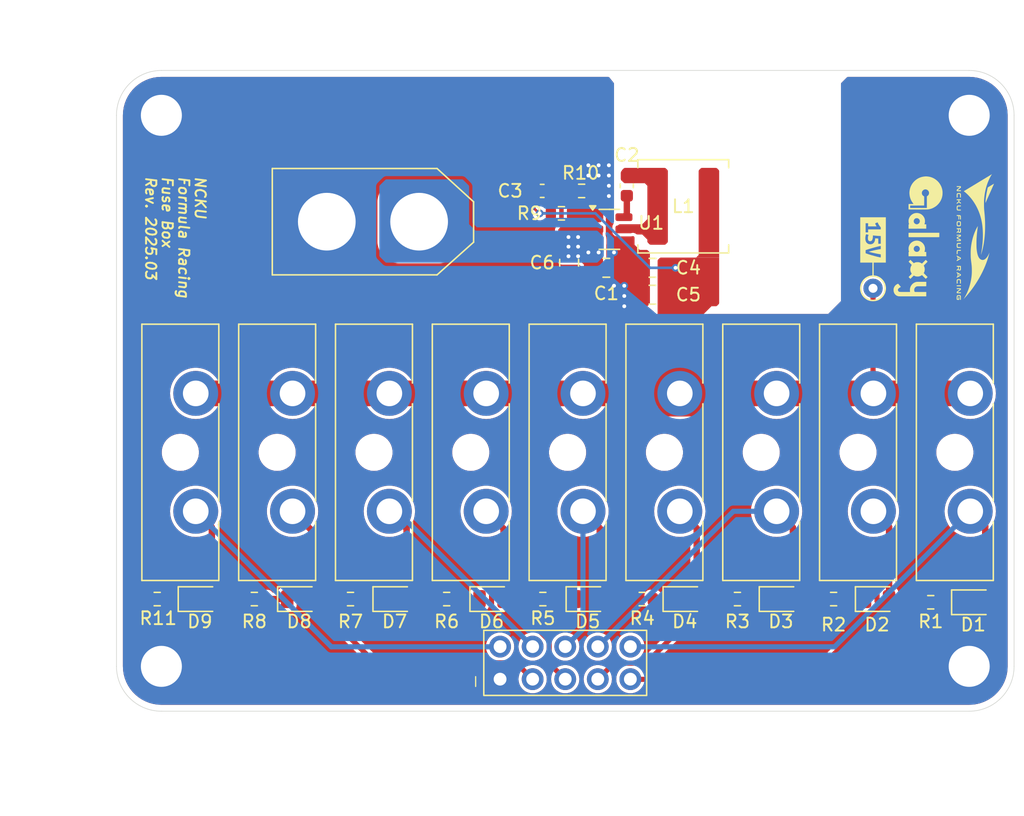
<source format=kicad_pcb>
(kicad_pcb (version 20221018) (generator pcbnew)
  (layers (0 "F.Cu" signal) (31 "B.Cu" signal) (34 "B.Paste" user) (35 "F.Paste" user) (36 "B.SilkS" user "B.Silkscreen") (37 "F.SilkS" user "F.Silkscreen") (38 "B.Mask" user) (39 "F.Mask" user) (44 "Edge.Cuts" user))
  (net 0 "")
  (net 1 "VDC")
  (net 2 "Net-(D1-K)")
  (net 3 "Net-(U1-SW)")
  (net 4 "Net-(D2-K)")
  (net 5 "Net-(U1-BST)")
  (net 6 "Net-(D3-K)")
  (net 7 "+15V")
  (net 8 "Net-(D4-K)")
  (net 9 "Net-(U1-FB)")
  (net 10 "GND")
  (net 11 "Net-(D5-K)")
  (net 12 "P1")
  (net 13 "Net-(D6-K)")
  (net 14 "P4")
  (net 15 "Net-(D7-K)")
  (net 16 "P5")
  (net 17 "Net-(D8-K)")
  (net 18 "P2")
  (net 19 "P6")
  (net 20 "P3")
  (net 21 "P7")
  (net 22 "P8")
  (net 23 "Net-(D9-K)")
  (net 24 "P9")
  (footprint "MountingHole:MountingHole_3.2mm_M3_ISO7380_Pad" (layer "F.Cu") (at 131.3 40.1 -90)
    (fp_text reference "H3" hide)
    (fp_text value "MountingHole_Pad")
    (pad "1" thru_hole circle (at 0 0 270) (size 5.7 5.7) (drill 3.2) (layers "*.Cu" "*.Mask") (net 10 "GND"))
  )
  (footprint "LED_SMD:LED_0805_2012Metric" (layer "F.Cu") (at 124.1125 77.85)
    (fp_text reference "D2" (at 0 2) (layer "F.SilkS"))
    (fp_text value "LED_Small")
    (pad "1" smd roundrect (at -0.9375 0) (size 0.975 1.4) (layers "F.Cu" "F.Paste" "F.Mask") (net 4 "Net-(D2-K)"))
    (pad "2" smd roundrect (at 0.9375 0) (size 0.975 1.4) (layers "F.Cu" "F.Paste" "F.Mask") (net 18 "P2"))
  )
  (footprint "PCM_Fuse_AKL:Fuseholder_Blade_ATO_Littelfuse_Pudenz_2_Pin" (layer "F.Cu") (at 93.63 61.8 -90)
    (fp_text reference "F6" hide)
    (fp_text value "10A")
    (pad "" np_thru_hole circle (at 4.6 1.2 270) (size 2.4 2.4) (drill 2.4) (layers "*.Cu" "*.Mask"))
    (pad "1" thru_hole circle (at 0 0 270) (size 3.5 3.5) (drill 2) (layers "*.Cu" "*.Mask") (net 7 "+15V"))
    (pad "2" thru_hole circle (at 9.2 0 270) (size 3.5 3.5) (drill 2) (layers "*.Cu" "*.Mask") (net 19 "P6"))
  )
  (footprint "Connector_AMASS:AMASS_XT60-M_1x02_P7.20mm_Vertical" (layer "F.Cu") (at 88.4 48.4 180)
    (fp_text reference "J1" hide)
    (fp_text value "PWR")
    (pad "1" thru_hole roundrect (at 0 0 180) (size 6 6) (drill 4.5) (layers "*.Cu" "*.Mask") (net 1 "VDC"))
    (pad "2" thru_hole circle (at 7.2 0 180) (size 6 6) (drill 4.5) (layers "*.Cu" "*.Mask") (net 10 "GND"))
  )
  (footprint "Resistor_SMD:R_0603_1608Metric" (layer "F.Cu") (at 99.5 47.75)
    (fp_text reference "R9" (at -2.5 0) (layer "F.SilkS"))
    (fp_text value "534k")
    (pad "1" smd roundrect (at -0.825 0) (size 0.8 0.95) (layers "F.Cu" "F.Paste" "F.Mask") (net 7 "+15V"))
    (pad "2" smd roundrect (at 0.825 0) (size 0.8 0.95) (layers "F.Cu" "F.Paste" "F.Mask") (net 9 "Net-(U1-FB)"))
  )
  (footprint "Resistor_SMD:R_0603_1608Metric" (layer "F.Cu") (at 83.05 77.85)
    (fp_text reference "R7" (at 0 1.75) (layer "F.SilkS"))
    (fp_text value "10k")
    (pad "1" smd roundrect (at -0.825 0) (size 0.8 0.95) (layers "F.Cu" "F.Paste" "F.Mask") (net 10 "GND"))
    (pad "2" smd roundrect (at 0.825 0) (size 0.8 0.95) (layers "F.Cu" "F.Paste" "F.Mask") (net 15 "Net-(D7-K)"))
  )
  (footprint "PCM_Fuse_AKL:Fuseholder_Blade_ATO_Littelfuse_Pudenz_2_Pin" (layer "F.Cu") (at 70.98 61.8 -90)
    (fp_text reference "F9" hide)
    (fp_text value "10A")
    (pad "" np_thru_hole circle (at 4.6 1.2 270) (size 2.4 2.4) (drill 2.4) (layers "*.Cu" "*.Mask"))
    (pad "1" thru_hole circle (at 0 0 270) (size 3.5 3.5) (drill 2) (layers "*.Cu" "*.Mask") (net 7 "+15V"))
    (pad "2" thru_hole circle (at 9.2 0 270) (size 3.5 3.5) (drill 2) (layers "*.Cu" "*.Mask") (net 24 "P9"))
  )
  (footprint "Capacitor_SMD:C_0805_2012Metric" (layer "F.Cu") (at 106.6 54.1 180)
    (fp_text reference "C5" (at -2.8 0 180) (layer "F.SilkS"))
    (fp_text value "22u")
    (pad "1" smd roundrect (at -0.95 0 180) (size 1 1.45) (layers "F.Cu" "F.Paste" "F.Mask") (net 7 "+15V"))
    (pad "2" smd roundrect (at 0.95 0 180) (size 1 1.45) (layers "F.Cu" "F.Paste" "F.Mask") (net 10 "GND"))
  )
  (footprint "Resistor_SMD:R_0603_1608Metric" (layer "F.Cu") (at 128.3 78.1)
    (fp_text reference "R1" (at 0 1.5) (layer "F.SilkS"))
    (fp_text value "10k")
    (pad "1" smd roundrect (at -0.825 0) (size 0.8 0.95) (layers "F.Cu" "F.Paste" "F.Mask") (net 10 "GND"))
    (pad "2" smd roundrect (at 0.825 0) (size 0.8 0.95) (layers "F.Cu" "F.Paste" "F.Mask") (net 2 "Net-(D1-K)"))
  )
  (footprint "PCM_Fuse_AKL:Fuseholder_Blade_ATO_Littelfuse_Pudenz_2_Pin" (layer "F.Cu") (at 101.18 61.8 -90)
    (fp_text reference "F5" hide)
    (fp_text value "10A")
    (pad "" np_thru_hole circle (at 4.6 1.2 270) (size 2.4 2.4) (drill 2.4) (layers "*.Cu" "*.Mask"))
    (pad "1" thru_hole circle (at 0 0 270) (size 3.5 3.5) (drill 2) (layers "*.Cu" "*.Mask") (net 7 "+15V"))
    (pad "2" thru_hole circle (at 9.2 0 270) (size 3.5 3.5) (drill 2) (layers "*.Cu" "*.Mask") (net 16 "P5"))
  )
  (footprint "logo:nckufs_logo_10mm" (layer "F.Cu") (at 131.8 49.6 -90)
    (fp_text reference "G***" hide)
    (fp_text value "LOGO" hide)
  )
  (footprint "Resistor_SMD:R_0603_1608Metric" (layer "F.Cu") (at 67.975 77.85)
    (fp_text reference "R11" (at 0.075 1.5) (layer "F.SilkS"))
    (fp_text value "10k")
    (pad "1" smd roundrect (at -0.825 0) (size 0.8 0.95) (layers "F.Cu" "F.Paste" "F.Mask") (net 10 "GND"))
    (pad "2" smd roundrect (at 0.825 0) (size 0.8 0.95) (layers "F.Cu" "F.Paste" "F.Mask") (net 23 "Net-(D9-K)"))
  )
  (footprint "LED_SMD:LED_0805_2012Metric" (layer "F.Cu") (at 86.4875 77.85)
    (fp_text reference "D7" (at 0 1.75) (layer "F.SilkS"))
    (fp_text value "LED_Small")
    (pad "1" smd roundrect (at -0.9375 0) (size 0.975 1.4) (layers "F.Cu" "F.Paste" "F.Mask") (net 15 "Net-(D7-K)"))
    (pad "2" smd roundrect (at 0.9375 0) (size 0.975 1.4) (layers "F.Cu" "F.Paste" "F.Mask") (net 21 "P7"))
  )
  (footprint "PCM_Fuse_AKL:Fuseholder_Blade_ATO_Littelfuse_Pudenz_2_Pin" (layer "F.Cu") (at 78.53 61.8 -90)
    (fp_text reference "F8" hide)
    (fp_text value "10A")
    (pad "" np_thru_hole circle (at 4.6 1.2 270) (size 2.4 2.4) (drill 2.4) (layers "*.Cu" "*.Mask"))
    (pad "1" thru_hole circle (at 0 0 270) (size 3.5 3.5) (drill 2) (layers "*.Cu" "*.Mask") (net 7 "+15V"))
    (pad "2" thru_hole circle (at 9.2 0 270) (size 3.5 3.5) (drill 2) (layers "*.Cu" "*.Mask") (net 22 "P8"))
  )
  (footprint "LED_SMD:LED_0805_2012Metric" (layer "F.Cu") (at 79.05 77.85)
    (fp_text reference "D8" (at 0 1.75) (layer "F.SilkS"))
    (fp_text value "LED_Small")
    (pad "1" smd roundrect (at -0.9375 0) (size 0.975 1.4) (layers "F.Cu" "F.Paste" "F.Mask") (net 17 "Net-(D8-K)"))
    (pad "2" smd roundrect (at 0.9375 0) (size 0.975 1.4) (layers "F.Cu" "F.Paste" "F.Mask") (net 22 "P8"))
  )
  (footprint "MountingHole:MountingHole_3.2mm_M3_ISO7380_Pad" (layer "F.Cu") (at 131.3 83.1 -90)
    (fp_text reference "H1" hide)
    (fp_text value "MountingHole_Pad")
    (pad "1" thru_hole circle (at 0 0 270) (size 5.7 5.7) (drill 3.2) (layers "*.Cu" "*.Mask") (net 10 "GND"))
  )
  (footprint "Resistor_SMD:R_0603_1608Metric" (layer "F.Cu") (at 101.075 46)
    (fp_text reference "R10" (at -0.075 -1.4 180) (layer "F.SilkS"))
    (fp_text value "30k1")
    (pad "1" smd roundrect (at -0.825 0) (size 0.8 0.95) (layers "F.Cu" "F.Paste" "F.Mask") (net 9 "Net-(U1-FB)"))
    (pad "2" smd roundrect (at 0.825 0) (size 0.8 0.95) (layers "F.Cu" "F.Paste" "F.Mask") (net 10 "GND"))
  )
  (footprint "Inductor_SMD:L_Coilcraft_XAL6060-XXX" (layer "F.Cu") (at 109 47.2)
    (fp_text reference "L1" (at 0 0) (layer "F.SilkS"))
    (fp_text value "15uH")
    (pad "1" smd rect (at -2.02 0) (size 1.43 5.5) (layers "F.Cu" "F.Paste" "F.Mask") (net 3 "Net-(U1-SW)"))
    (pad "2" smd rect (at 2.02 0) (size 1.43 5.5) (layers "F.Cu" "F.Paste" "F.Mask") (net 7 "+15V"))
  )
  (footprint "LED_SMD:LED_0805_2012Metric" (layer "F.Cu") (at 101.55 77.85)
    (fp_text reference "D5" (at 0 1.75) (layer "F.SilkS"))
    (fp_text value "LED_Small")
    (pad "1" smd roundrect (at -0.9375 0) (size 0.975 1.4) (layers "F.Cu" "F.Paste" "F.Mask") (net 11 "Net-(D5-K)"))
    (pad "2" smd roundrect (at 0.9375 0) (size 0.975 1.4) (layers "F.Cu" "F.Paste" "F.Mask") (net 16 "P5"))
  )
  (footprint "MountingHole:MountingHole_3.2mm_M3_ISO7380_Pad" (layer "F.Cu") (at 68.3 83.1 -90)
    (fp_text reference "H2" hide)
    (fp_text value "MountingHole_Pad")
    (pad "1" thru_hole circle (at 0 0 270) (size 5.7 5.7) (drill 3.2) (layers "*.Cu" "*.Mask") (net 10 "GND"))
  )
  (footprint "TestPoint:TestPoint_THTPad_D1.5mm_Drill0.7mm" (layer "F.Cu") (at 123.8 53.6 -90)
    (fp_text reference "TP1" hide)
    (fp_text value "TestPoint")
    (pad "1" thru_hole circle (at 0 0 270) (size 1.5 1.5) (drill 0.7) (layers "*.Cu" "*.Mask") (net 7 "+15V"))
  )
  (footprint "Capacitor_SMD:C_0805_2012Metric" (layer "F.Cu") (at 103 52)
    (fp_text reference "C1" (at 0 2 180) (layer "F.SilkS"))
    (fp_text value "10u")
    (pad "1" smd roundrect (at -0.95 0) (size 1 1.45) (layers "F.Cu" "F.Paste" "F.Mask") (net 1 "VDC"))
    (pad "2" smd roundrect (at 0.95 0) (size 1 1.45) (layers "F.Cu" "F.Paste" "F.Mask") (net 10 "GND"))
  )
  (footprint "Resistor_SMD:R_0603_1608Metric" (layer "F.Cu") (at 98.05 77.85)
    (fp_text reference "R5" (at 0 1.5) (layer "F.SilkS"))
    (fp_text value "10k")
    (pad "1" smd roundrect (at -0.825 0) (size 0.8 0.95) (layers "F.Cu" "F.Paste" "F.Mask") (net 10 "GND"))
    (pad "2" smd roundrect (at 0.825 0) (size 0.8 0.95) (layers "F.Cu" "F.Paste" "F.Mask") (net 11 "Net-(D5-K)"))
  )
  (footprint "PCM_Fuse_AKL:Fuseholder_Blade_ATO_Littelfuse_Pudenz_2_Pin" (layer "F.Cu") (at 131.38 61.8 -90)
    (fp_text reference "F1" hide)
    (fp_text value "10A")
    (pad "" np_thru_hole circle (at 4.6 1.2 270) (size 2.4 2.4) (drill 2.4) (layers "*.Cu" "*.Mask"))
    (pad "1" thru_hole circle (at 0 0 270) (size 3.5 3.5) (drill 2) (layers "*.Cu" "*.Mask") (net 7 "+15V"))
    (pad "2" thru_hole circle (at 9.2 0 270) (size 3.5 3.5) (drill 2) (layers "*.Cu" "*.Mask") (net 12 "P1"))
  )
  (footprint "LED_SMD:LED_0805_2012Metric" (layer "F.Cu") (at 131.6125 78.1)
    (fp_text reference "D1" (at 0 1.75) (layer "F.SilkS"))
    (fp_text value "LED_Small")
    (pad "1" smd roundrect (at -0.9375 0) (size 0.975 1.4) (layers "F.Cu" "F.Paste" "F.Mask") (net 2 "Net-(D1-K)"))
    (pad "2" smd roundrect (at 0.9375 0) (size 0.975 1.4) (layers "F.Cu" "F.Paste" "F.Mask") (net 12 "P1"))
  )
  (footprint "logo:galaxy_logo_10mm" (layer "F.Cu") (at 127.3 49.6 -90)
    (fp_text reference "G***" hide)
    (fp_text value "LOGO" hide)
  )
  (footprint "PCM_Fuse_AKL:Fuseholder_Blade_ATO_Littelfuse_Pudenz_2_Pin" (layer "F.Cu") (at 108.73 61.8 -90)
    (fp_text reference "F4" hide)
    (fp_text value "10A")
    (pad "" np_thru_hole circle (at 4.6 1.2 270) (size 2.4 2.4) (drill 2.4) (layers "*.Cu" "*.Mask"))
    (pad "1" thru_hole circle (at 0 0 270) (size 3.5 3.5) (drill 2) (layers "*.Cu" "*.Mask") (net 7 "+15V"))
    (pad "2" thru_hole circle (at 9.2 0 270) (size 3.5 3.5) (drill 2) (layers "*.Cu" "*.Mask") (net 14 "P4"))
  )
  (footprint "Package_TO_SOT_SMD:TSOT-23-6" (layer "F.Cu") (at 103.2375 49)
    (fp_text reference "U1" (at 3.2625 -0.5) (layer "F.SilkS"))
    (fp_text value "AP63200WU")
    (pad "1" smd roundrect (at -1.1375 -0.95) (size 1.325 0.6) (layers "F.Cu" "F.Paste" "F.Mask") (net 9 "Net-(U1-FB)"))
    (pad "2" smd roundrect (at -1.1375 0) (size 1.325 0.6) (layers "F.Cu" "F.Paste" "F.Mask") (net 1 "VDC"))
    (pad "3" smd roundrect (at -1.1375 0.95) (size 1.325 0.6) (layers "F.Cu" "F.Paste" "F.Mask") (net 1 "VDC"))
    (pad "4" smd roundrect (at 1.1375 0.95) (size 1.325 0.6) (layers "F.Cu" "F.Paste" "F.Mask") (net 10 "GND"))
    (pad "5" smd roundrect (at 1.1375 0) (size 1.325 0.6) (layers "F.Cu" "F.Paste" "F.Mask") (net 3 "Net-(U1-SW)"))
    (pad "6" smd roundrect (at 1.1375 -0.95) (size 1.325 0.6) (layers "F.Cu" "F.Paste" "F.Mask") (net 5 "Net-(U1-BST)"))
  )
  (footprint "PCM_Fuse_AKL:Fuseholder_Blade_ATO_Littelfuse_Pudenz_2_Pin" (layer "F.Cu") (at 86.08 61.8 -90)
    (fp_text reference "F7" hide)
    (fp_text value "10A")
    (pad "" np_thru_hole circle (at 4.6 1.2 270) (size 2.4 2.4) (drill 2.4) (layers "*.Cu" "*.Mask"))
    (pad "1" thru_hole circle (at 0 0 270) (size 3.5 3.5) (drill 2) (layers "*.Cu" "*.Mask") (net 7 "+15V"))
    (pad "2" thru_hole circle (at 9.2 0 270) (size 3.5 3.5) (drill 2) (layers "*.Cu" "*.Mask") (net 21 "P7"))
  )
  (footprint "kibuzzard-67D51968" (layer "F.Cu") (at 123.8 49.825 -90)
    (fp_text reference "kibuzzard-67D51968" hide)
    (fp_text value "G***" hide)
  )
  (footprint "Resistor_SMD:R_0603_1608Metric" (layer "F.Cu") (at 75.55 77.85)
    (fp_text reference "R8" (at 0 1.75) (layer "F.SilkS"))
    (fp_text value "10k")
    (pad "1" smd roundrect (at -0.825 0) (size 0.8 0.95) (layers "F.Cu" "F.Paste" "F.Mask") (net 10 "GND"))
    (pad "2" smd roundrect (at 0.825 0) (size 0.8 0.95) (layers "F.Cu" "F.Paste" "F.Mask") (net 17 "Net-(D8-K)"))
  )
  (footprint "LED_SMD:LED_0805_2012Metric" (layer "F.Cu") (at 94.05 77.85)
    (fp_text reference "D6" (at 0 1.75) (layer "F.SilkS"))
    (fp_text value "LED_Small")
    (pad "1" smd roundrect (at -0.9375 0) (size 0.975 1.4) (layers "F.Cu" "F.Paste" "F.Mask") (net 13 "Net-(D6-K)"))
    (pad "2" smd roundrect (at 0.9375 0) (size 0.975 1.4) (layers "F.Cu" "F.Paste" "F.Mask") (net 19 "P6"))
  )
  (footprint "Resistor_SMD:R_0603_1608Metric" (layer "F.Cu") (at 113.225 77.85)
    (fp_text reference "R3" (at 0 1.75) (layer "F.SilkS"))
    (fp_text value "10k")
    (pad "1" smd roundrect (at -0.825 0) (size 0.8 0.95) (layers "F.Cu" "F.Paste" "F.Mask") (net 10 "GND"))
    (pad "2" smd roundrect (at 0.825 0) (size 0.8 0.95) (layers "F.Cu" "F.Paste" "F.Mask") (net 6 "Net-(D3-K)"))
  )
  (footprint "PCM_Fuse_AKL:Fuseholder_Blade_ATO_Littelfuse_Pudenz_2_Pin" (layer "F.Cu") (at 123.83 61.8 -90)
    (fp_text reference "F2" hide)
    (fp_text value "10A")
    (pad "" np_thru_hole circle (at 4.6 1.2 270) (size 2.4 2.4) (drill 2.4) (layers "*.Cu" "*.Mask"))
    (pad "1" thru_hole circle (at 0 0 270) (size 3.5 3.5) (drill 2) (layers "*.Cu" "*.Mask") (net 7 "+15V"))
    (pad "2" thru_hole circle (at 9.2 0 270) (size 3.5 3.5) (drill 2) (layers "*.Cu" "*.Mask") (net 18 "P2"))
  )
  (footprint "PCM_Fuse_AKL:Fuseholder_Blade_ATO_Littelfuse_Pudenz_2_Pin" (layer "F.Cu") (at 116.28 61.8 -90)
    (fp_text reference "F3" hide)
    (fp_text value "10A")
    (pad "" np_thru_hole circle (at 4.6 1.2 270) (size 2.4 2.4) (drill 2.4) (layers "*.Cu" "*.Mask"))
    (pad "1" thru_hole circle (at 0 0 270) (size 3.5 3.5) (drill 2) (layers "*.Cu" "*.Mask") (net 7 "+15V"))
    (pad "2" thru_hole circle (at 9.2 0 270) (size 3.5 3.5) (drill 2) (layers "*.Cu" "*.Mask") (net 20 "P3"))
  )
  (footprint "Resistor_SMD:R_0603_1608Metric" (layer "F.Cu") (at 120.725 77.85)
    (fp_text reference "R2" (at 0 2) (layer "F.SilkS"))
    (fp_text value "10k")
    (pad "1" smd roundrect (at -0.825 0) (size 0.8 0.95) (layers "F.Cu" "F.Paste" "F.Mask") (net 10 "GND"))
    (pad "2" smd roundrect (at 0.825 0) (size 0.8 0.95) (layers "F.Cu" "F.Paste" "F.Mask") (net 4 "Net-(D2-K)"))
  )
  (footprint "Capacitor_SMD:C_0805_2012Metric" (layer "F.Cu") (at 106.6 52 180)
    (fp_text reference "C4" (at -2.8 0 180) (layer "F.SilkS"))
    (fp_text value "22u")
    (pad "1" smd roundrect (at -0.95 0 180) (size 1 1.45) (layers "F.Cu" "F.Paste" "F.Mask") (net 7 "+15V"))
    (pad "2" smd roundrect (at 0.95 0 180) (size 1 1.45) (layers "F.Cu" "F.Paste" "F.Mask") (net 10 "GND"))
  )
  (footprint "LED_SMD:LED_0805_2012Metric" (layer "F.Cu") (at 116.6125 77.85)
    (fp_text reference "D3" (at 0 1.75) (layer "F.SilkS"))
    (fp_text value "LED_Small")
    (pad "1" smd roundrect (at -0.9375 0) (size 0.975 1.4) (layers "F.Cu" "F.Paste" "F.Mask") (net 6 "Net-(D3-K)"))
    (pad "2" smd roundrect (at 0.9375 0) (size 0.975 1.4) (layers "F.Cu" "F.Paste" "F.Mask") (net 20 "P3"))
  )
  (footprint "Resistor_SMD:R_0603_1608Metric" (layer "F.Cu") (at 90.55 77.85)
    (fp_text reference "R6" (at 0 1.75) (layer "F.SilkS"))
    (fp_text value "10k")
    (pad "1" smd roundrect (at -0.825 0) (size 0.8 0.95) (layers "F.Cu" "F.Paste" "F.Mask") (net 10 "GND"))
    (pad "2" smd roundrect (at 0.825 0) (size 0.8 0.95) (layers "F.Cu" "F.Paste" "F.Mask") (net 13 "Net-(D6-K)"))
  )
  (footprint "Capacitor_SMD:C_0603_1608Metric" (layer "F.Cu") (at 104.6 45.6 -90)
    (fp_text reference "C2" (at -2.4 0 -180) (layer "F.SilkS"))
    (fp_text value "100n")
    (pad "1" smd roundrect (at -0.775 0 270) (size 0.9 0.95) (layers "F.Cu" "F.Paste" "F.Mask") (net 3 "Net-(U1-SW)"))
    (pad "2" smd roundrect (at 0.775 0 270) (size 0.9 0.95) (layers "F.Cu" "F.Paste" "F.Mask") (net 5 "Net-(U1-BST)"))
  )
  (footprint "LED_SMD:LED_0805_2012Metric" (layer "F.Cu") (at 109.1125 77.85)
    (fp_text reference "D4" (at 0 1.75) (layer "F.SilkS"))
    (fp_text value "LED_Small")
    (pad "1" smd roundrect (at -0.9375 0) (size 0.975 1.4) (layers "F.Cu" "F.Paste" "F.Mask") (net 8 "Net-(D4-K)"))
    (pad "2" smd roundrect (at 0.9375 0) (size 0.975 1.4) (layers "F.Cu" "F.Paste" "F.Mask") (net 14 "P4"))
  )
  (footprint "Capacitor_SMD:C_0603_1608Metric" (layer "F.Cu") (at 98 46)
    (fp_text reference "C3" (at -2.5 0) (layer "F.SilkS"))
    (fp_text value "12p")
    (pad "1" smd roundrect (at -0.775 0) (size 0.9 0.95) (layers "F.Cu" "F.Paste" "F.Mask") (net 7 "+15V"))
    (pad "2" smd roundrect (at 0.775 0) (size 0.9 0.95) (layers "F.Cu" "F.Paste" "F.Mask") (net 9 "Net-(U1-FB)"))
  )
  (footprint "Resistor_SMD:R_0603_1608Metric" (layer "F.Cu") (at 105.8 77.85)
    (fp_text reference "R4" (at 0 1.5) (layer "F.SilkS"))
    (fp_text value "10k")
    (pad "1" smd roundrect (at -0.825 0) (size 0.8 0.95) (layers "F.Cu" "F.Paste" "F.Mask") (net 10 "GND"))
    (pad "2" smd roundrect (at 0.825 0) (size 0.8 0.95) (layers "F.Cu" "F.Paste" "F.Mask") (net 8 "Net-(D4-K)"))
  )
  (footprint "LED_SMD:LED_0805_2012Metric" (layer "F.Cu") (at 71.3 77.85)
    (fp_text reference "D9" (at 0 1.75) (layer "F.SilkS"))
    (fp_text value "LED_Small")
    (pad "1" smd roundrect (at -0.9375 0) (size 0.975 1.4) (layers "F.Cu" "F.Paste" "F.Mask") (net 23 "Net-(D9-K)"))
    (pad "2" smd roundrect (at 0.9375 0) (size 0.975 1.4) (layers "F.Cu" "F.Paste" "F.Mask") (net 24 "P9"))
  )
  (footprint "MountingHole:MountingHole_3.2mm_M3_ISO7380_Pad" (layer "F.Cu") (at 68.3 40.1 -90)
    (fp_text reference "H4" hide)
    (fp_text value "MountingHole_Pad")
    (pad "1" thru_hole circle (at 0 0 270) (size 5.7 5.7) (drill 3.2) (layers "*.Cu" "*.Mask") (net 10 "GND"))
  )
  (footprint "Capacitor_SMD:C_0805_2012Metric" (layer "F.Cu") (at 100.1 51.6 -90)
    (fp_text reference "C6" (at 0 2.1 -180) (layer "F.SilkS"))
    (fp_text value "10u")
    (pad "1" smd roundrect (at -0.95 0 270) (size 1 1.45) (layers "F.Cu" "F.Paste" "F.Mask") (net 1 "VDC"))
    (pad "2" smd roundrect (at 0.95 0 270) (size 1 1.45) (layers "F.Cu" "F.Paste" "F.Mask") (net 10 "GND"))
  )
  (footprint "Connector_PinHeader_2.54mm:PinHeader_2x05_P2.54mm_Vertical" (layer "B.Cu") (at 104.875 84.1 90)
    (fp_text reference "J3" hide)
    (fp_text value "Conn_02x05_Counter_Clockwise")
    (pad "1" thru_hole oval (at 0 0) (size 1.7 1.7) (drill 1) (layers "*.Cu" "*.Mask") (net 18 "P2"))
    (pad "2" thru_hole oval (at 2.54 0 90) (size 1.7 1.7) (drill 1) (layers "*.Cu" "*.Mask") (net 12 "P1"))
    (pad "3" thru_hole oval (at 0 -2.54 90) (size 1.7 1.7) (drill 1) (layers "*.Cu" "*.Mask") (net 14 "P4"))
    (pad "4" thru_hole oval (at 2.54 -2.54 90) (size 1.7 1.7) (drill 1) (layers "*.Cu" "*.Mask") (net 20 "P3"))
    (pad "5" thru_hole oval (at 0 -5.08 90) (size 1.7 1.7) (drill 1) (layers "*.Cu" "*.Mask") (net 19 "P6"))
    (pad "6" thru_hole oval (at 2.54 -5.08 90) (size 1.7 1.7) (drill 1) (layers "*.Cu" "*.Mask") (net 16 "P5"))
    (pad "7" thru_hole oval (at 0 -7.62 90) (size 1.7 1.7) (drill 1) (layers "*.Cu" "*.Mask") (net 22 "P8"))
    (pad "8" thru_hole oval (at 2.54 -7.62 90) (size 1.7 1.7) (drill 1) (layers "*.Cu" "*.Mask") (net 21 "P7"))
    (pad "9" thru_hole oval (at 0 -10.16 90) (size 1.7 1.7) (drill 1) (layers "*.Cu" "*.Mask") (net 10 "GND"))
    (pad "10" thru_hole oval (at 2.54 -10.16 90) (size 1.7 1.7) (drill 1) (layers "*.Cu" "*.Mask") (net 24 "P9"))
  )
  (gr_line (start 123.8 52.65) (end 123.8 51.1) (stroke (width 0.1)) (layer "F.SilkS"))
  (gr_line (start 68.3 36.6) (end 131.3 36.6) (stroke (width 0.05)) (layer "Edge.Cuts"))
  (gr_line (start 131.3 86.6) (end 68.3 86.6) (stroke (width 0.05)) (layer "Edge.Cuts"))
  (gr_arc (start 134.8 83.1) (mid 133.774874 85.574874) (end 131.3 86.6) (stroke (width 0.05)) (layer "Edge.Cuts"))
  (gr_line (start 134.8 40.1) (end 134.8 83.1) (stroke (width 0.05)) (layer "Edge.Cuts"))
  (gr_arc (start 131.3 36.6) (mid 133.774874 37.625126) (end 134.8 40.1) (stroke (width 0.05)) (layer "Edge.Cuts"))
  (gr_line (start 64.8 83.1) (end 64.8 40.1) (stroke (width 0.05)) (layer "Edge.Cuts"))
  (gr_arc (start 64.8 40.1) (mid 65.825126 37.625126) (end 68.3 36.6) (stroke (width 0.05)) (layer "Edge.Cuts"))
  (gr_arc (start 68.3 86.6) (mid 65.825126 85.574874) (end 64.8 83.1) (stroke (width 0.05)) (layer "Edge.Cuts"))
  (gr_text "NCKU\nFormula Racing\nFuse Box\nRev. 2025.03" (at 67 44.8 270) (layer "F.SilkS") (effects (font (size 0.8 0.8) (thickness 0.15) bold italic) (justify left bottom)))
  (gr_text "-" (at 92.3 83.6 -90) (layer "F.SilkS") (effects (font (size 1 1) (thickness 0.1)) (justify left bottom)))
  (segment (start 102.1 51.95) (end 102.05 52) (width 0.5) (layer "F.Cu") (net 1))
  (via (at 100.8 49.6) (size 0.6) (drill 0.3) (layers "F.Cu" "B.Cu") (net 1))
  (via (at 101.6 50.8) (size 0.6) (drill 0.3) (layers "F.Cu" "B.Cu") (net 1))
  (via (at 100.05 49.6) (size 0.6) (drill 0.3) (layers "F.Cu" "B.Cu") (net 1))
  (via (at 100.05 50.35) (size 0.6) (drill 0.3) (layers "F.Cu" "B.Cu") (net 1))
  (via (at 100.8 51.1) (size 0.6) (drill 0.3) (layers "F.Cu" "B.Cu") (net 1))
  (via (at 100.8 50.35) (size 0.6) (drill 0.3) (layers "F.Cu" "B.Cu") (net 1))
  (via (at 102.4 50.8) (size 0.6) (drill 0.3) (layers "F.Cu" "B.Cu") (net 1))
  (via (at 100.05 51.1) (size 0.6) (drill 0.3) (layers "F.Cu" "B.Cu") (net 1))
  (segment (start 129.125 78.1) (end 130.675 78.1) (width 0.5) (layer "F.Cu") (net 2))
  (segment (start 121.55 77.85) (end 123.175 77.85) (width 0.5) (layer "F.Cu") (net 4))
  (segment (start 104.6 47.825) (end 104.375 48.05) (width 0.5) (layer "F.Cu") (net 5))
  (segment (start 104.6 46.375) (end 104.6 47.825) (width 0.5) (layer "F.Cu") (net 5))
  (segment (start 114.05 77.85) (end 115.675 77.85) (width 0.5) (layer "F.Cu") (net 6))
  (segment (start 97.225 47.225) (end 97.225 46) (width 0.2) (layer "F.Cu") (net 7))
  (segment (start 123.8 61.77) (end 123.83 61.8) (width 0.4) (layer "F.Cu") (net 7))
  (segment (start 98.675 47.75) (end 97.8 47.75) (width 0.2) (layer "F.Cu") (net 7))
  (segment (start 107.55 52) (end 107.55 54.1) (width 1) (layer "F.Cu") (net 7))
  (segment (start 97.75 47.75) (end 97.225 47.225) (width 0.2) (layer "F.Cu") (net 7))
  (segment (start 123.8 53.6) (end 123.8 61.77) (width 0.4) (layer "F.Cu") (net 7))
  (segment (start 70.98 61.8) (end 123.83 61.8) (width 2) (layer "F.Cu") (net 7))
  (segment (start 123.83 61.8) (end 131.38 61.8) (width 2) (layer "F.Cu") (net 7))
  (segment (start 107.55 52) (end 108.4 52) (width 0.2) (layer "F.Cu") (net 7))
  (segment (start 97.8 47.75) (end 97.75 47.75) (width 0.2) (layer "F.Cu") (net 7))
  (via (at 97.8 47.75) (size 0.6) (drill 0.3) (layers "F.Cu" "B.Cu") (net 7))
  (via (at 108.4 52) (size 0.6) (drill 0.3) (layers "F.Cu" "B.Cu") (net 7))
  (segment (start 102.15 47.75) (end 97.8 47.75) (width 0.2) (layer "B.Cu") (net 7))
  (segment (start 106.4 52) (end 102.15 47.75) (width 0.2) (layer "B.Cu") (net 7))
  (segment (start 108.4 52) (end 106.4 52) (width 0.2) (layer "B.Cu") (net 7))
  (segment (start 108.175 77.85) (end 106.625 77.85) (width 0.5) (layer "F.Cu") (net 8))
  (segment (start 101.9 46) (end 103.2125 47.3125) (width 0.5) (layer "F.Cu") (net 10))
  (segment (start 103.2125 47.3125) (end 103.2125 49.449999) (width 0.5) (layer "F.Cu") (net 10))
  (segment (start 103.2125 49.449999) (end 103.712501 49.95) (width 0.5) (layer "F.Cu") (net 10))
  (segment (start 103.712501 49.95) (end 104.375 49.95) (width 0.5) (layer "F.Cu") (net 10))
  (via (at 101.6 44) (size 0.6) (drill 0.3) (layers "F.Cu" "B.Cu") (net 10))
  (via (at 104.4 55) (size 0.6) (drill 0.3) (layers "F.Cu" "B.Cu") (net 10))
  (via (at 102.4 44) (size 0.6) (drill 0.3) (layers "F.Cu" "B.Cu") (net 10))
  (via (at 101.6 44.8) (size 0.6) (drill 0.3) (layers "F.Cu" "B.Cu") (net 10))
  (via (at 103.2 45.6) (size 0.6) (drill 0.3) (layers "F.Cu" "B.Cu") (net 10))
  (via (at 102.4 44.8) (size 0.6) (drill 0.3) (layers "F.Cu" "B.Cu") (net 10))
  (via (at 103.6 53.4) (size 0.6) (drill 0.3) (layers "F.Cu" "B.Cu") (net 10))
  (via (at 103.2 44) (size 0.6) (drill 0.3) (layers "F.Cu" "B.Cu") (net 10))
  (via (at 104.4 53.4) (size 0.6) (drill 0.3) (layers "F.Cu" "B.Cu") (net 10))
  (via (at 103.2 46.4) (size 0.6) (drill 0.3) (layers "F.Cu" "B.Cu") (net 10))
  (via (at 103.6 50.8) (size 0.6) (drill 0.3) (layers "F.Cu" "B.Cu") (net 10))
  (via (at 103.2 44.8) (size 0.6) (drill 0.3) (layers "F.Cu" "B.Cu") (net 10))
  (via (at 104.4 54.2) (size 0.6) (drill 0.3) (layers "F.Cu" "B.Cu") (net 10))
  (segment (start 100.6125 77.85) (end 98.875 77.85) (width 0.5) (layer "F.Cu") (net 11))
  (segment (start 132.55 72.17) (end 131.38 71) (width 0.5) (layer "F.Cu") (net 12))
  (segment (start 132.55 78.1) (end 132.55 72.17) (width 0.5) (layer "F.Cu") (net 12))
  (segment (start 120.805 81.575) (end 104.875 81.575) (width 0.4) (layer "B.Cu") (net 12))
  (segment (start 131.38 71) (end 120.805 81.575) (width 0.4) (layer "B.Cu") (net 12))
  (segment (start 93.1125 77.85) (end 91.375 77.85) (width 0.5) (layer "F.Cu") (net 13))
  (segment (start 110.05 78.9) (end 106.1 82.85) (width 0.4) (layer "F.Cu") (net 14))
  (segment (start 110.05 77.85) (end 110.05 72.32) (width 0.5) (layer "F.Cu") (net 14))
  (segment (start 106.1 82.85) (end 103.6 82.85) (width 0.4) (layer "F.Cu") (net 14))
  (segment (start 103.6 82.85) (end 102.335 84.115) (width 0.4) (layer "F.Cu") (net 14))
  (segment (start 110.05 77.85) (end 110.05 78.9) (width 0.4) (layer "F.Cu") (net 14))
  (segment (start 110.05 72.32) (end 108.73 71) (width 0.5) (layer "F.Cu") (net 14))
  (segment (start 85.55 77.85) (end 83.875 77.85) (width 0.5) (layer "F.Cu") (net 15))
  (segment (start 102.4875 77.85) (end 102.4875 72.3075) (width 0.5) (layer "F.Cu") (net 16))
  (segment (start 102.4875 72.3075) (end 101.18 71) (width 0.5) (layer "F.Cu") (net 16))
  (segment (start 101.18 80.19) (end 99.795 81.575) (width 0.4) (layer "B.Cu") (net 16))
  (segment (start 101.18 71) (end 101.18 80.19) (width 0.4) (layer "B.Cu") (net 16))
  (segment (start 78.1125 77.85) (end 76.375 77.85) (width 0.5) (layer "F.Cu") (net 17))
  (segment (start 125.05 77.85) (end 125.05 72.22) (width 0.5) (layer "F.Cu") (net 18))
  (segment (start 125.05 77.85) (end 118.785 84.115) (width 0.4) (layer "F.Cu") (net 18))
  (segment (start 125.05 72.22) (end 123.83 71) (width 0.5) (layer "F.Cu") (net 18))
  (segment (start 118.785 84.115) (end 104.875 84.115) (width 0.4) (layer "F.Cu") (net 18))
  (segment (start 94.9875 77.85) (end 95.297767 77.85) (width 0.4) (layer "F.Cu") (net 19))
  (segment (start 94.9875 72.3575) (end 93.63 71) (width 0.5) (layer "F.Cu") (net 19))
  (segment (start 95.297767 77.85) (end 98.545 81.097233) (width 0.4) (layer "F.Cu") (net 19))
  (segment (start 98.545 81.097233) (end 98.545 82.865) (width 0.4) (layer "F.Cu") (net 19))
  (segment (start 94.9875 77.85) (end 94.9875 72.3575) (width 0.5) (layer "F.Cu") (net 19))
  (segment (start 98.545 82.865) (end 99.795 84.115) (width 0.4) (layer "F.Cu") (net 19))
  (segment (start 117.55 77.85) (end 117.55 72.27) (width 0.5) (layer "F.Cu") (net 20))
  (segment (start 117.55 72.27) (end 116.28 71) (width 0.5) (layer "F.Cu") (net 20))
  (segment (start 112.91 71) (end 102.335 81.575) (width 0.4) (layer "B.Cu") (net 20))
  (segment (start 116.28 71) (end 112.91 71) (width 0.4) (layer "B.Cu") (net 20))
  (segment (start 87.425 77.85) (end 87.425 72.345) (width 0.5) (layer "F.Cu") (net 21))
  (segment (start 87.425 72.345) (end 86.08 71) (width 0.5) (layer "F.Cu") (net 21))
  (segment (start 97.255 81.575) (end 86.68 71) (width 0.4) (layer "B.Cu") (net 21))
  (segment (start 86.68 71) (end 86.08 71) (width 0.4) (layer "B.Cu") (net 21))
  (segment (start 79.9875 77.85) (end 79.9875 72.4575) (width 0.5) (layer "F.Cu") (net 22))
  (segment (start 79.9875 77.85) (end 84.9625 82.825) (width 0.4) (layer "F.Cu") (net 22))
  (segment (start 84.9625 82.825) (end 95.965 82.825) (width 0.4) (layer "F.Cu") (net 22))
  (segment (start 95.965 82.825) (end 97.255 84.115) (width 0.4) (layer "F.Cu") (net 22))
  (segment (start 79.9875 72.4575) (end 78.53 71) (width 0.5) (layer "F.Cu") (net 22))
  (segment (start 70.3625 77.85) (end 68.8 77.85) (width 0.5) (layer "F.Cu") (net 23))
  (segment (start 72.2375 77.85) (end 72.2375 72.2575) (width 0.5) (layer "F.Cu") (net 24))
  (segment (start 72.2375 72.2575) (end 70.98 71) (width 0.5) (layer "F.Cu") (net 24))
  (segment (start 70.98 71) (end 81.555 81.575) (width 0.4) (layer "B.Cu") (net 24))
  (segment (start 81.555 81.575) (end 94.715 81.575) (width 0.4) (layer "B.Cu") (net 24))
  (zone (net 3) (net_name "Net-(U1-SW)") (layer "F.Cu") (priority 2) (connect_pads yes (clearance 0.25)) (min_thickness 0.25) (fill yes (thermal_gap 0.5) (thermal_bridge_width 0.5))
    (polygon (pts (xy 104.4 44.2) (xy 104.2 44.4) (xy 104.2 45.2) (xy 104.4 45.4) (xy 106 45.4) (xy 106.2 45.6) (xy 106.2 48.2) (xy 105.8 48.6) (xy 104 48.6) (xy 103.8 48.8) (xy 103.8 49.2) (xy 104 49.4) (xy 105.8 49.4) (xy 106.2 49.8) (xy 106.2 50) (xy 106.4 50.2) (xy 107.6 50.2) (xy 107.8 50) (xy 107.8 44.4) (xy 107.6 44.2)))
  )
  (zone (net 7) (net_name "+15V") (layer "F.Cu") (priority 7) (connect_pads yes (clearance 0.25)) (min_thickness 0.25) (fill yes (thermal_gap 0.5) (thermal_bridge_width 0.5))
    (polygon (pts (xy 107.2 51.2) (xy 107 51.4) (xy 107 63.4) (xy 107.2 63.6) (xy 110.4 63.6) (xy 110.6 63.4) (xy 110.6 55.6) (xy 111.2 55) (xy 111.6 55) (xy 111.8 54.8) (xy 111.8 51.2)))
  )
  (zone (net 9) (net_name "Net-(U1-FB)") (layer "F.Cu") (priority 3) (connect_pads yes (clearance 0.25)) (min_thickness 0.25) (fill yes (thermal_gap 0.5) (thermal_bridge_width 0.5))
    (polygon (pts (xy 98.5 45.25) (xy 98.25 45.5) (xy 98.25 46.5) (xy 98.5 46.75) (xy 99.75 46.75) (xy 100 47) (xy 100 48.25) (xy 100.25 48.5) (xy 102.5 48.5) (xy 102.75 48.25) (xy 102.75 47.5) (xy 102.5 47.25) (xy 101 47.25) (xy 100.75 47) (xy 100.75 45.5) (xy 100.5 45.25)))
  )
  (zone (net 1) (net_name "VDC") (layer "F.Cu") (priority 1) (connect_pads yes (clearance 0.25)) (min_thickness 0.25) (fill yes (thermal_gap 0.5) (thermal_bridge_width 0.5))
    (polygon (pts (xy 101.25 48.5) (xy 101 48.75) (xy 99.5 48.75) (xy 99.25 49) (xy 99.25 51.25) (xy 99.5 51.5) (xy 101 51.5) (xy 101.25 51.75) (xy 101.25 52.75) (xy 101.5 53) (xy 102.5 53) (xy 102.75 52.75) (xy 102.75 48.75) (xy 102.5 48.5)))
  )
  (zone (net 10) (net_name "GND") (layer "F.Cu") (priority 4) (connect_pads yes (clearance 0.25)) (min_thickness 0.25) (fill yes (thermal_gap 0.5) (thermal_bridge_width 0.5))
    (polygon (pts (xy 101.6 44.4) (xy 101.2 44.8) (xy 101.2 46.2) (xy 101.6 46.6) (xy 102.2 46.6) (xy 103 47.4) (xy 103 53.4) (xy 103.4 53.8) (xy 104.6 53.8) (xy 105 54.2) (xy 105 54.8) (xy 105.2 55) (xy 106.2 55) (xy 106.4 54.8) (xy 106.4 50.8) (xy 106.2 50.6) (xy 105.6 50.6) (xy 105.2 50.2) (xy 105.2 49.6) (xy 105 49.4) (xy 103.6 49.4) (xy 103.4 49.2) (xy 103.4 44.6) (xy 103.2 44.4)))
  )
  (zone (net 7) (net_name "+15V") (layer "F.Cu") (priority 5) (connect_pads yes (clearance 0.25)) (min_thickness 0.25) (fill yes (thermal_gap 0.5) (thermal_bridge_width 0.5))
    (polygon (pts (xy 110.4 44.2) (xy 110.2 44.4) (xy 110.2 51) (xy 110 51.2) (xy 107.2 51.2) (xy 107 51.4) (xy 107 54.8) (xy 107.2 55) (xy 111.6 55) (xy 111.8 54.8) (xy 111.8 44.4) (xy 111.6 44.2)))
  )
  (zone (net 10) (net_name "GND") (layers "F&B.Cu") (connect_pads yes (clearance 0.25)) (min_thickness 0.25) (fill yes (thermal_gap 0.5) (thermal_bridge_width 0.5))
    (polygon (pts (xy 134.8 36.6) (xy 122.3 36.6) (xy 121.3 37.6) (xy 121.3 54.6) (xy 120.3 55.6) (xy 106.92 55.6) (xy 103.6 52.833333) (xy 103.6 37.6) (xy 102.8 36.6) (xy 64.8 36.6) (xy 64.8 86.6) (xy 134.8 86.6)))
  )
  (zone (net 1) (net_name "VDC") (layer "B.Cu") (priority 6) (connect_pads yes (clearance 0.25)) (min_thickness 0.25) (fill yes (thermal_gap 0.5) (thermal_bridge_width 0.5))
    (polygon (pts (xy 102.8 49.6) (xy 102.3 49.1) (xy 92.8 49.1) (xy 92.3 48.6) (xy 92.3 45.6) (xy 91.8 45.1) (xy 85.8 45.1) (xy 85.3 45.6) (xy 85.3 51.1) (xy 85.8 51.6) (xy 102.3 51.6) (xy 102.8 51.1)))
  )
)
</source>
